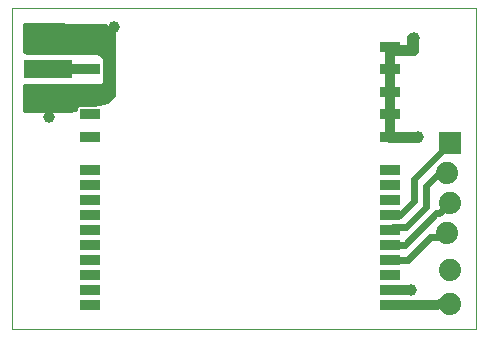
<source format=gtl>
G75*
G70*
%OFA0B0*%
%FSLAX24Y24*%
%IPPOS*%
%LPD*%
%AMOC8*
5,1,8,0,0,1.08239X$1,22.5*
%
%ADD10C,0.0000*%
%ADD11R,0.1600X0.0600*%
%ADD12R,0.0660X0.0320*%
%ADD13R,0.0740X0.0740*%
%ADD14C,0.0740*%
%ADD15C,0.0120*%
%ADD16C,0.0396*%
%ADD17C,0.0320*%
%ADD18C,0.0240*%
D10*
X000100Y000100D02*
X000100Y010796D01*
X015570Y010796D01*
X015570Y000100D01*
X000100Y000100D01*
D11*
X001300Y007750D03*
X001300Y008750D03*
X001300Y009750D03*
D12*
X002700Y009500D03*
X002700Y008750D03*
X002700Y008000D03*
X002700Y007250D03*
X002700Y006500D03*
X002700Y005400D03*
X002700Y004900D03*
X002700Y004400D03*
X002700Y003900D03*
X002700Y003400D03*
X002700Y002900D03*
X002700Y002400D03*
X002700Y001900D03*
X002700Y001400D03*
X002700Y000900D03*
X012700Y000900D03*
X012700Y001400D03*
X012700Y001900D03*
X012700Y002400D03*
X012700Y002900D03*
X012700Y003400D03*
X012700Y003900D03*
X012700Y004400D03*
X012700Y004900D03*
X012700Y005400D03*
X012700Y006500D03*
X012700Y007250D03*
X012700Y008000D03*
X012700Y008750D03*
X012700Y009500D03*
D13*
X014700Y006300D03*
D14*
X014600Y005300D03*
X014700Y004300D03*
X014600Y003300D03*
X014700Y002070D03*
X014700Y000930D03*
D15*
X003500Y007850D02*
X003300Y007650D01*
X002883Y007550D01*
X002312Y007550D01*
X002230Y007468D01*
X002230Y007393D01*
X002050Y007350D01*
X000560Y007350D01*
X000560Y008200D01*
X003100Y008200D01*
X003200Y008300D01*
X003200Y009100D01*
X003000Y009300D01*
X000600Y009300D01*
X000560Y009324D01*
X000560Y010248D01*
X003250Y010200D01*
X003500Y009950D01*
X003500Y007850D01*
X003500Y007858D02*
X000560Y007858D01*
X000560Y007977D02*
X003500Y007977D01*
X003500Y008095D02*
X000560Y008095D01*
X000560Y007740D02*
X003390Y007740D01*
X003179Y007621D02*
X000560Y007621D01*
X000560Y007503D02*
X002265Y007503D01*
X002192Y007384D02*
X000560Y007384D01*
X003114Y008214D02*
X003500Y008214D01*
X003500Y008332D02*
X003200Y008332D01*
X003200Y008451D02*
X003500Y008451D01*
X003500Y008569D02*
X003200Y008569D01*
X003200Y008688D02*
X003500Y008688D01*
X003500Y008806D02*
X003200Y008806D01*
X003200Y008925D02*
X003500Y008925D01*
X003500Y009043D02*
X003200Y009043D01*
X003138Y009162D02*
X003500Y009162D01*
X003500Y009280D02*
X003020Y009280D01*
X003500Y009399D02*
X000560Y009399D01*
X000560Y009517D02*
X003500Y009517D01*
X003500Y009636D02*
X000560Y009636D01*
X000560Y009754D02*
X003500Y009754D01*
X003500Y009873D02*
X000560Y009873D01*
X000560Y009991D02*
X003459Y009991D01*
X003340Y010110D02*
X000560Y010110D01*
X000560Y010228D02*
X001681Y010228D01*
D16*
X003500Y010150D03*
X001350Y007150D03*
X013500Y009800D03*
X013650Y006500D03*
X013400Y001400D03*
D17*
X012700Y001400D01*
X012700Y000900D02*
X013950Y000900D01*
X014700Y000930D01*
X013650Y006450D02*
X012700Y006450D01*
X012700Y007250D01*
X012700Y008000D01*
X012700Y009370D01*
X012700Y009400D01*
X013450Y009400D01*
X013450Y009800D01*
X013500Y009800D01*
X013500Y009370D01*
X012700Y009370D01*
X012700Y009400D02*
X012700Y009500D01*
X012700Y007250D02*
X012700Y006500D01*
X013650Y006500D01*
X013650Y006450D01*
X002700Y008750D02*
X001300Y008750D01*
D18*
X012700Y003900D02*
X013050Y003900D01*
X013500Y004350D01*
X013500Y005100D01*
X014700Y006300D01*
X014600Y005300D02*
X014350Y005300D01*
X013900Y004850D01*
X013900Y004150D01*
X013250Y003500D01*
X012800Y003500D01*
X012700Y003400D01*
X012700Y002900D02*
X013200Y002900D01*
X014250Y003950D01*
X014350Y003950D01*
X014700Y004300D01*
X014600Y003300D02*
X014450Y003150D01*
X014050Y003150D01*
X013300Y002400D01*
X012700Y002400D01*
M02*

</source>
